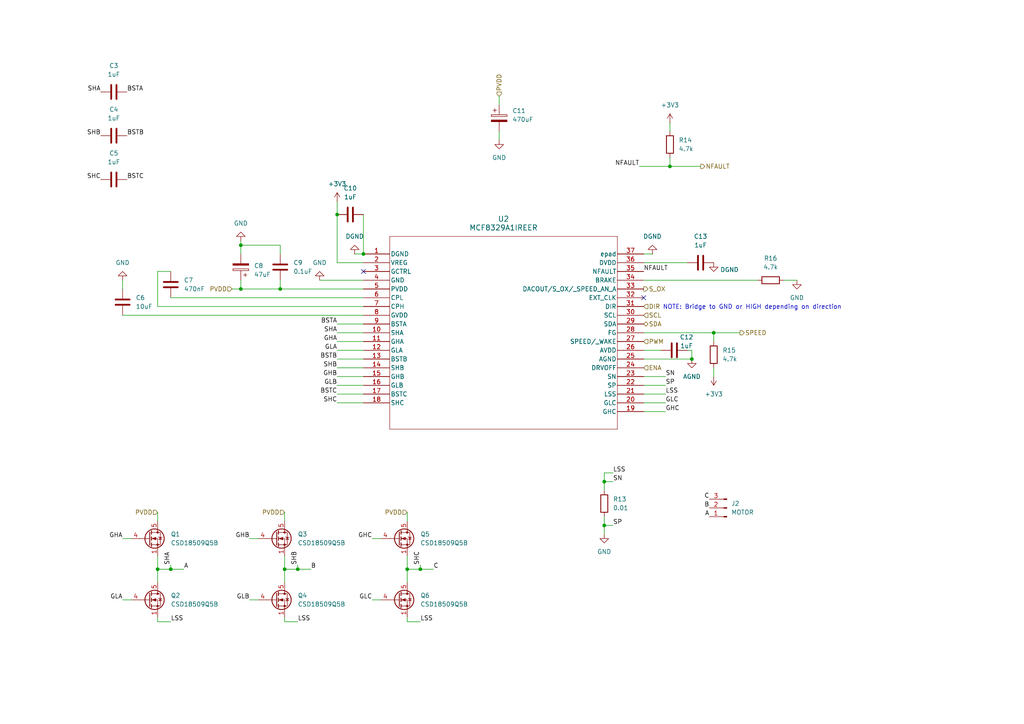
<source format=kicad_sch>
(kicad_sch (version 20231120) (generator "eeschema") (generator_version "8.0")
  (paper "A4")
  (lib_symbols
    (symbol "2024-12-06_00-38-15:MCF8329A1IREER" (pin_names (offset 0.254))
      (property "Reference" "U" (at 40.64 10.16 0))
      (property "Value" "MCF8329A1IREER" (at 40.64 7.62 0))
      (symbol "MCF8329A1IREER_0_1"
        (polyline (pts (xy 7.62 -50.8) (xy 73.66 -50.8)) (stroke (width 0.127)))
        (polyline (pts (xy 7.62 5.08) (xy 7.62 -50.8)) (stroke (width 0.127)))
        (polyline (pts (xy 73.66 -50.8) (xy 73.66 5.08)) (stroke (width 0.127)))
        (polyline (pts (xy 73.66 5.08) (xy 7.62 5.08)) (stroke (width 0.127)))
        (pin power_out line (at 0 0 0) (length 7.62) (name "DGND") (number "1"))
        (pin bidirectional line (at 0 -22.86 0) (length 7.62) (name "SHA") (number "10"))
        (pin output line (at 0 -25.4 0) (length 7.62) (name "GHA") (number "11"))
        (pin output line (at 0 -27.94 0) (length 7.62) (name "GLA") (number "12"))
        (pin output line (at 0 -30.48 0) (length 7.62) (name "BSTB") (number "13"))
        (pin bidirectional line (at 0 -33.02 0) (length 7.62) (name "SHB") (number "14"))
        (pin output line (at 0 -35.56 0) (length 7.62) (name "GHB") (number "15"))
        (pin output line (at 0 -38.1 0) (length 7.62) (name "GLB") (number "16"))
        (pin output line (at 0 -40.64 0) (length 7.62) (name "BSTC") (number "17"))
        (pin bidirectional line (at 0 -43.18 0) (length 7.62) (name "SHC") (number "18"))
        (pin output line (at 81.28 -45.72 180) (length 7.62) (name "GHC") (number "19"))
        (pin power_in line (at 0 -2.54 0) (length 7.62) (name "VREG") (number "2"))
        (pin output line (at 81.28 -43.18 180) (length 7.62) (name "GLC") (number "20"))
        (pin power_in line (at 81.28 -40.64 180) (length 7.62) (name "LSS") (number "21"))
        (pin input line (at 81.28 -38.1 180) (length 7.62) (name "SP") (number "22"))
        (pin input line (at 81.28 -35.56 180) (length 7.62) (name "SN") (number "23"))
        (pin input line (at 81.28 -33.02 180) (length 7.62) (name "DRVOFF") (number "24"))
        (pin power_out line (at 81.28 -30.48 180) (length 7.62) (name "AGND") (number "25"))
        (pin power_in line (at 81.28 -27.94 180) (length 7.62) (name "AVDD") (number "26"))
        (pin input line (at 81.28 -25.4 180) (length 7.62) (name "SPEED/_WAKE") (number "27"))
        (pin output line (at 81.28 -22.86 180) (length 7.62) (name "FG") (number "28"))
        (pin bidirectional line (at 81.28 -20.32 180) (length 7.62) (name "SDA") (number "29"))
        (pin output line (at 0 -5.08 0) (length 7.62) (name "GCTRL") (number "3"))
        (pin input line (at 81.28 -17.78 180) (length 7.62) (name "SCL") (number "30"))
        (pin input line (at 81.28 -15.24 180) (length 7.62) (name "DIR") (number "31"))
        (pin input line (at 81.28 -12.7 180) (length 7.62) (name "EXT_CLK") (number "32"))
        (pin bidirectional line (at 81.28 -10.16 180) (length 7.62) (name "DACOUT/S_OX/_SPEED_AN_A") (number "33"))
        (pin input line (at 81.28 -7.62 180) (length 7.62) (name "BRAKE") (number "34"))
        (pin output line (at 81.28 -5.08 180) (length 7.62) (name "NFAULT") (number "35"))
        (pin power_in line (at 81.28 -2.54 180) (length 7.62) (name "DVDD") (number "36"))
        (pin power_out line (at 81.28 0 180) (length 7.62) (name "epad") (number "37"))
        (pin power_out line (at 0 -7.62 0) (length 7.62) (name "GND") (number "4"))
        (pin power_in line (at 0 -10.16 0) (length 7.62) (name "PVDD") (number "5"))
        (pin power_in line (at 0 -12.7 0) (length 7.62) (name "CPL") (number "6"))
        (pin power_in line (at 0 -15.24 0) (length 7.62) (name "CPH") (number "7"))
        (pin power_in line (at 0 -17.78 0) (length 7.62) (name "GVDD") (number "8"))
        (pin output line (at 0 -20.32 0) (length 7.62) (name "BSTA") (number "9"))
      )
    )
    (symbol "Connector:Conn_01x03_Pin" (pin_names (offset 1.016) hide)
      (property "Reference" "J" (at 0 5.08 0))
      (property "Value" "Conn_01x03_Pin" (at 0 -5.08 0))
      (symbol "Conn_01x03_Pin_1_1"
        (polyline (pts (xy 1.27 -2.54) (xy 0.8636 -2.54)) (stroke (width 0.1524)))
        (polyline (pts (xy 1.27 0) (xy 0.8636 0)) (stroke (width 0.1524)))
        (polyline (pts (xy 1.27 2.54) (xy 0.8636 2.54)) (stroke (width 0.1524)))
        (rectangle (start 0.8636 -2.413) (end 0 -2.667) (stroke (width 0.1524)) (fill (type outline)))
        (rectangle (start 0.8636 0.127) (end 0 -0.127) (stroke (width 0.1524)) (fill (type outline)))
        (rectangle (start 0.8636 2.667) (end 0 2.413) (stroke (width 0.1524)) (fill (type outline)))
        (pin passive line (at 5.08 2.54 180) (length 3.81) (name "Pin_1") (number "1"))
        (pin passive line (at 5.08 0 180) (length 3.81) (name "Pin_2") (number "2"))
        (pin passive line (at 5.08 -2.54 180) (length 3.81) (name "Pin_3") (number "3"))
      )
    )
    (symbol "Device:C" (pin_numbers hide) (pin_names (offset 0.254))
      (property "Reference" "C" (at 0.635 2.54 0))
      (property "Value" "C" (at 0.635 -2.54 0))
      (symbol "C_0_1"
        (polyline (pts (xy -2.032 -0.762) (xy 2.032 -0.762)) (stroke (width 0.508)))
        (polyline (pts (xy -2.032 0.762) (xy 2.032 0.762)) (stroke (width 0.508)))
      )
      (symbol "C_1_1"
        (pin passive line (at 0 3.81 270) (length 2.794) (name "~") (number "1"))
        (pin passive line (at 0 -3.81 90) (length 2.794) (name "~") (number "2"))
      )
    )
    (symbol "Device:C_Polarized" (pin_numbers hide) (pin_names (offset 0.254))
      (property "Reference" "C" (at 0.635 2.54 0))
      (property "Value" "C_Polarized" (at 0.635 -2.54 0))
      (symbol "C_Polarized_0_1"
        (rectangle (start -2.286 0.508) (end 2.286 1.016))
        (polyline (pts (xy -1.778 2.286) (xy -0.762 2.286)))
        (polyline (pts (xy -1.27 2.794) (xy -1.27 1.778)))
        (rectangle (start 2.286 -0.508) (end -2.286 -1.016) (fill (type outline)))
      )
      (symbol "C_Polarized_1_1"
        (pin passive line (at 0 3.81 270) (length 2.794) (name "~") (number "1"))
        (pin passive line (at 0 -3.81 90) (length 2.794) (name "~") (number "2"))
      )
    )
    (symbol "Device:R" (pin_numbers hide) (pin_names (offset 0))
      (property "Reference" "R" (at 2.032 0 90))
      (property "Value" "R" (at 0 0 90))
      (symbol "R_0_1"
        (rectangle (start -1.016 -2.54) (end 1.016 2.54) (stroke (width 0.254)))
      )
      (symbol "R_1_1"
        (pin passive line (at 0 3.81 270) (length 1.27) (name "~") (number "1"))
        (pin passive line (at 0 -3.81 90) (length 1.27) (name "~") (number "2"))
      )
    )
    (symbol "Transistor_FET:CSD18509Q5B" (pin_names hide)
      (property "Reference" "Q" (at 5.08 1.905 0))
      (property "Value" "CSD18509Q5B" (at 5.08 0 0))
      (symbol "CSD18509Q5B_0_1"
        (polyline (pts (xy 0.254 0) (xy -2.54 0)))
        (polyline (pts (xy 0.254 1.905) (xy 0.254 -1.905)) (stroke (width 0.254)))
        (polyline (pts (xy 0.762 -1.27) (xy 0.762 -2.286)) (stroke (width 0.254)))
        (polyline (pts (xy 0.762 0.508) (xy 0.762 -0.508)) (stroke (width 0.254)))
        (polyline (pts (xy 0.762 2.286) (xy 0.762 1.27)) (stroke (width 0.254)))
        (polyline (pts (xy 2.54 2.54) (xy 2.54 1.778)))
        (polyline (pts (xy 2.54 -2.54) (xy 2.54 0) (xy 0.762 0)))
        (polyline (pts (xy 0.762 -1.778) (xy 3.302 -1.778) (xy 3.302 1.778) (xy 0.762 1.778)))
        (polyline (pts (xy 1.016 0) (xy 2.032 0.381) (xy 2.032 -0.381) (xy 1.016 0)) (fill (type outline)))
        (polyline (pts (xy 2.794 0.508) (xy 2.921 0.381) (xy 3.683 0.381) (xy 3.81 0.254)))
        (polyline (pts (xy 3.302 0.381) (xy 2.921 -0.254) (xy 3.683 -0.254) (xy 3.302 0.381)))
        (circle (center 1.651 0) (radius 2.794) (stroke (width 0.254)))
        (circle (center 2.54 -1.778) (radius 0.254) (fill (type outline)))
        (circle (center 2.54 1.778) (radius 0.254) (fill (type outline)))
      )
      (symbol "CSD18509Q5B_1_1"
        (pin passive line (at 2.54 -5.08 90) (length 2.54) (name "S") (number "1"))
        (pin passive line (at 2.54 -5.08 90) (length 2.54) hide (name "S") (number "2"))
        (pin passive line (at 2.54 -5.08 90) (length 2.54) hide (name "S") (number "3"))
        (pin passive line (at -5.08 0 0) (length 2.54) (name "G") (number "4"))
        (pin passive line (at 2.54 5.08 270) (length 2.54) (name "D") (number "5"))
      )
    )
    (symbol "power:+3V3" (power) (pin_numbers hide) (pin_names (offset 0) hide)
      (property "Value" "+3V3" (at 0 3.556 0))
      (symbol "+3V3_0_1"
        (polyline (pts (xy -0.762 1.27) (xy 0 2.54)))
        (polyline (pts (xy 0 0) (xy 0 2.54)))
        (polyline (pts (xy 0 2.54) (xy 0.762 1.27)))
      )
      (symbol "+3V3_1_1"
        (pin power_in line (at 0 0 90) (length 0) (name "~") (number "1"))
      )
    )
    (symbol "power:GND" (power) (pin_numbers hide) (pin_names (offset 0) hide)
      (property "Value" "GND" (at 0 -3.81 0))
      (symbol "GND_0_1"
        (polyline (pts (xy 0 0) (xy 0 -1.27) (xy 1.27 -1.27) (xy 0 -2.54) (xy -1.27 -1.27) (xy 0 -1.27)))
      )
      (symbol "GND_1_1"
        (pin power_in line (at 0 0 270) (length 0) (name "~") (number "1"))
      )
    )
  )
  (junction (at 121.92 165.1))
  (junction (at 105.41 73.66))
  (junction (at 118.11 165.1))
  (junction (at 86.36 165.1))
  (junction (at 200.66 104.14))
  (junction (at 207.01 96.52))
  (junction (at 194.31 48.26))
  (junction (at 45.72 165.1))
  (junction (at 97.79 62.23))
  (junction (at 175.26 139.7))
  (junction (at 49.53 165.1))
  (junction (at 69.85 71.12))
  (junction (at 81.28 83.82))
  (junction (at 82.55 165.1))
  (junction (at 175.26 152.4))
  (junction (at 69.85 83.82))
  (no_connect (at 105.41 78.74))
  (no_connect (at 186.69 86.36))
  (wire (pts (xy 194.31 35.56) (xy 194.31 38.1)))
  (wire (pts (xy 45.72 165.1) (xy 45.72 168.91)))
  (wire (pts (xy 185.42 48.26) (xy 194.31 48.26)))
  (wire (pts (xy 144.78 27.94) (xy 144.78 30.48)))
  (wire (pts (xy 35.56 81.28) (xy 35.56 83.82)))
  (wire (pts (xy 175.26 139.7) (xy 177.8 139.7)))
  (wire (pts (xy 69.85 71.12) (xy 69.85 73.66)))
  (wire (pts (xy 186.69 81.28) (xy 219.71 81.28)))
  (wire (pts (xy 45.72 88.9) (xy 105.41 88.9)))
  (wire (pts (xy 194.31 45.72) (xy 194.31 48.26)))
  (wire (pts (xy 121.92 163.83) (xy 121.92 165.1)))
  (wire (pts (xy 97.79 111.76) (xy 105.41 111.76)))
  (wire (pts (xy 144.78 38.1) (xy 144.78 40.64)))
  (wire (pts (xy 45.72 78.74) (xy 45.72 88.9)))
  (wire (pts (xy 69.85 71.12) (xy 81.28 71.12)))
  (wire (pts (xy 97.79 104.14) (xy 105.41 104.14)))
  (wire (pts (xy 67.31 83.82) (xy 69.85 83.82)))
  (wire (pts (xy 105.41 62.23) (xy 105.41 73.66)))
  (wire (pts (xy 186.69 101.6) (xy 191.77 101.6)))
  (wire (pts (xy 118.11 165.1) (xy 121.92 165.1)))
  (wire (pts (xy 69.85 69.85) (xy 69.85 71.12)))
  (wire (pts (xy 186.69 96.52) (xy 207.01 96.52)))
  (wire (pts (xy 118.11 165.1) (xy 118.11 168.91)))
  (wire (pts (xy 97.79 93.98) (xy 105.41 93.98)))
  (wire (pts (xy 186.69 119.38) (xy 193.04 119.38)))
  (wire (pts (xy 186.69 76.2) (xy 199.39 76.2)))
  (wire (pts (xy 175.26 149.86) (xy 175.26 152.4)))
  (wire (pts (xy 86.36 165.1) (xy 90.17 165.1)))
  (wire (pts (xy 175.26 139.7) (xy 175.26 142.24)))
  (wire (pts (xy 82.55 179.07) (xy 82.55 180.34)))
  (wire (pts (xy 97.79 58.42) (xy 97.79 62.23)))
  (wire (pts (xy 69.85 83.82) (xy 69.85 81.28)))
  (wire (pts (xy 97.79 96.52) (xy 105.41 96.52)))
  (wire (pts (xy 82.55 161.29) (xy 82.55 165.1)))
  (wire (pts (xy 45.72 148.59) (xy 45.72 151.13)))
  (wire (pts (xy 186.69 116.84) (xy 193.04 116.84)))
  (wire (pts (xy 45.72 179.07) (xy 45.72 180.34)))
  (wire (pts (xy 49.53 163.83) (xy 49.53 165.1)))
  (wire (pts (xy 97.79 109.22) (xy 105.41 109.22)))
  (wire (pts (xy 194.31 48.26) (xy 203.2 48.26)))
  (wire (pts (xy 72.39 156.21) (xy 74.93 156.21)))
  (wire (pts (xy 82.55 165.1) (xy 82.55 168.91)))
  (wire (pts (xy 35.56 91.44) (xy 105.41 91.44)))
  (wire (pts (xy 45.72 161.29) (xy 45.72 165.1)))
  (wire (pts (xy 81.28 83.82) (xy 81.28 81.28)))
  (wire (pts (xy 97.79 114.3) (xy 105.41 114.3)))
  (wire (pts (xy 45.72 180.34) (xy 49.53 180.34)))
  (wire (pts (xy 97.79 101.6) (xy 105.41 101.6)))
  (wire (pts (xy 186.69 104.14) (xy 200.66 104.14)))
  (wire (pts (xy 82.55 165.1) (xy 86.36 165.1)))
  (wire (pts (xy 177.8 137.16) (xy 175.26 137.16)))
  (wire (pts (xy 207.01 96.52) (xy 214.63 96.52)))
  (wire (pts (xy 86.36 163.83) (xy 86.36 165.1)))
  (wire (pts (xy 186.69 109.22) (xy 193.04 109.22)))
  (wire (pts (xy 45.72 165.1) (xy 49.53 165.1)))
  (wire (pts (xy 69.85 83.82) (xy 81.28 83.82)))
  (wire (pts (xy 82.55 148.59) (xy 82.55 151.13)))
  (wire (pts (xy 35.56 156.21) (xy 38.1 156.21)))
  (wire (pts (xy 118.11 148.59) (xy 118.11 151.13)))
  (wire (pts (xy 186.69 114.3) (xy 193.04 114.3)))
  (wire (pts (xy 199.39 101.6) (xy 200.66 101.6)))
  (wire (pts (xy 97.79 99.06) (xy 105.41 99.06)))
  (wire (pts (xy 35.56 173.99) (xy 38.1 173.99)))
  (wire (pts (xy 200.66 101.6) (xy 200.66 104.14)))
  (wire (pts (xy 72.39 173.99) (xy 74.93 173.99)))
  (wire (pts (xy 107.95 156.21) (xy 110.49 156.21)))
  (wire (pts (xy 49.53 78.74) (xy 45.72 78.74)))
  (wire (pts (xy 207.01 96.52) (xy 207.01 99.06)))
  (wire (pts (xy 92.71 81.28) (xy 105.41 81.28)))
  (wire (pts (xy 186.69 73.66) (xy 189.23 73.66)))
  (wire (pts (xy 49.53 165.1) (xy 53.34 165.1)))
  (wire (pts (xy 121.92 165.1) (xy 125.73 165.1)))
  (wire (pts (xy 97.79 106.68) (xy 105.41 106.68)))
  (wire (pts (xy 118.11 161.29) (xy 118.11 165.1)))
  (wire (pts (xy 81.28 83.82) (xy 105.41 83.82)))
  (wire (pts (xy 118.11 180.34) (xy 121.92 180.34)))
  (wire (pts (xy 118.11 179.07) (xy 118.11 180.34)))
  (wire (pts (xy 102.87 73.66) (xy 105.41 73.66)))
  (wire (pts (xy 97.79 116.84) (xy 105.41 116.84)))
  (wire (pts (xy 49.53 86.36) (xy 105.41 86.36)))
  (wire (pts (xy 107.95 173.99) (xy 110.49 173.99)))
  (wire (pts (xy 186.69 111.76) (xy 193.04 111.76)))
  (wire (pts (xy 82.55 180.34) (xy 86.36 180.34)))
  (wire (pts (xy 227.33 81.28) (xy 231.14 81.28)))
  (wire (pts (xy 97.79 62.23) (xy 97.79 76.2)))
  (wire (pts (xy 207.01 106.68) (xy 207.01 109.22)))
  (wire (pts (xy 81.28 71.12) (xy 81.28 73.66)))
  (wire (pts (xy 177.8 152.4) (xy 175.26 152.4)))
  (wire (pts (xy 175.26 137.16) (xy 175.26 139.7)))
  (wire (pts (xy 105.41 76.2) (xy 97.79 76.2)))
  (wire (pts (xy 175.26 152.4) (xy 175.26 154.94)))
  (text "NOTE: Bridge to GND or HIGH depending on direction\n" (at 218.186 89.154 0) (effects (font (size 1.27 1.27))))
  (label "GHB" (at 72.39 156.21 180))
  (label "SHB" (at 86.36 163.83 90))
  (label "LSS" (at 193.04 114.3 0))
  (label "SP" (at 193.04 111.76 0))
  (label "A" (at 205.74 149.86 180))
  (label "B" (at 205.74 147.32 180))
  (label "GLB" (at 72.39 173.99 180))
  (label "GLC" (at 193.04 116.84 0))
  (label "SHA" (at 29.21 26.67 180))
  (label "LSS" (at 177.8 137.16 0))
  (label "SN" (at 193.04 109.22 0))
  (label "LSS" (at 121.92 180.34 0))
  (label "GHA" (at 97.79 99.06 180))
  (label "C" (at 205.74 144.78 180))
  (label "SHC" (at 121.92 163.83 90))
  (label "BSTA" (at 97.79 93.98 180))
  (label "GLC" (at 107.95 173.99 180))
  (label "NFAULT" (at 186.69 78.74 0))
  (label "SP" (at 177.8 152.4 0))
  (label "GLB" (at 97.79 111.76 180))
  (label "BSTC" (at 36.83 52.07 0))
  (label "GHA" (at 35.56 156.21 180))
  (label "SHA" (at 97.79 96.52 180))
  (label "SHA" (at 49.53 163.83 90))
  (label "GHC" (at 193.04 119.38 0))
  (label "LSS" (at 49.53 180.34 0))
  (label "SHB" (at 97.79 106.68 180))
  (label "C" (at 125.73 165.1 0))
  (label "BSTB" (at 97.79 104.14 180))
  (label "BSTB" (at 36.83 39.37 0))
  (label "GLA" (at 97.79 101.6 180))
  (label "NFAULT" (at 185.42 48.26 180))
  (label "LSS" (at 86.36 180.34 0))
  (label "GHC" (at 107.95 156.21 180))
  (label "GLA" (at 35.56 173.99 180))
  (label "BSTC" (at 97.79 114.3 180))
  (label "B" (at 90.17 165.1 0))
  (label "SHC" (at 29.21 52.07 180))
  (label "BSTA" (at 36.83 26.67 0))
  (label "GHB" (at 97.79 109.22 180))
  (label "SN" (at 177.8 139.7 0))
  (label "SHB" (at 29.21 39.37 180))
  (label "SHC" (at 97.79 116.84 180))
  (label "A" (at 53.34 165.1 0))
  (hierarchical_label "DIR" (shape input) (at 186.69 88.9 0))
  (hierarchical_label "PVDD" (shape input) (at 144.78 27.94 90))
  (hierarchical_label "NFAULT" (shape output) (at 203.2 48.26 0))
  (hierarchical_label "SPEED" (shape output) (at 214.63 96.52 0))
  (hierarchical_label "S_OX" (shape output) (at 186.69 83.82 0))
  (hierarchical_label "PVDD" (shape input) (at 118.11 148.59 180))
  (hierarchical_label "PWM" (shape input) (at 186.69 99.06 0))
  (hierarchical_label "ENA" (shape input) (at 186.69 106.68 0))
  (hierarchical_label "PVDD" (shape input) (at 82.55 148.59 180))
  (hierarchical_label "PVDD" (shape input) (at 67.31 83.82 180))
  (hierarchical_label "SDA" (shape bidirectional) (at 186.69 93.98 0))
  (hierarchical_label "SCL" (shape input) (at 186.69 91.44 0))
  (hierarchical_label "PVDD" (shape input) (at 45.72 148.59 180))
  (symbol (lib_id "Device:C") (at 35.56 87.63 0) (unit 1)
    (property "Reference" "C6" (at 39.37 86.3599 0) (effects (justify left)))
    (property "Value" "10uF" (at 39.37 88.8999 0) (effects (justify left)))
    (property "Footprint" "Capacitor_SMD:C_0603_1608Metric" (effects (hide yes)))
    (property "Description" "Unpolarized capacitor" (effects (hide yes)))
    (instances (project "Power Module" (path "" (reference "C6") (unit 1)) (path "" (reference "C17") (unit 1)) (path "" (reference "C28") (unit 1)) (path "" (reference "C39") (unit 1))))
  )
  (symbol (lib_id "Device:C") (at 33.02 39.37 90) (unit 1)
    (property "Reference" "C4" (at 33.02 31.75 90))
    (property "Value" "1uF" (at 33.02 34.29 90))
    (property "Footprint" "Capacitor_SMD:C_0402_1005Metric" (effects (hide yes)))
    (property "Description" "Unpolarized capacitor" (effects (hide yes)))
    (instances (project "Power Module" (path "" (reference "C4") (unit 1)) (path "" (reference "C15") (unit 1)) (path "" (reference "C26") (unit 1)) (path "" (reference "C37") (unit 1))))
  )
  (symbol (lib_id "power:+3V3") (at 207.01 109.22 180) (unit 1)
    (property "Reference" "#PWR039" (effects (hide yes)))
    (property "Value" "+3V3" (at 207.01 114.3 0))
    (property "Description" "Power symbol creates a global label with name \"+3V3\"" (effects (hide yes)))
    (instances (project "Power Module" (path "" (reference "#PWR039") (unit 1)) (path "" (reference "#PWR055") (unit 1)) (path "" (reference "#PWR071") (unit 1)) (path "" (reference "#PWR087") (unit 1))))
  )
  (symbol (lib_id "Device:C") (at 81.28 77.47 0) (unit 1)
    (property "Reference" "C9" (at 85.09 76.1999 0) (effects (justify left)))
    (property "Value" "0.1uF" (at 85.09 78.7399 0) (effects (justify left)))
    (property "Footprint" "Capacitor_SMD:C_0603_1608Metric" (effects (hide yes)))
    (property "Description" "Unpolarized capacitor" (effects (hide yes)))
    (instances (project "Power Module" (path "" (reference "C9") (unit 1)) (path "" (reference "C20") (unit 1)) (path "" (reference "C31") (unit 1)) (path "" (reference "C42") (unit 1))))
  )
  (symbol (lib_id "power:GND") (at 69.85 69.85 180) (unit 1)
    (property "Reference" "#PWR027" (effects (hide yes)))
    (property "Value" "GND" (at 69.85 64.77 0))
    (property "Description" "Power symbol creates a global label with name \"GND\" , ground" (effects (hide yes)))
    (instances (project "Power Module" (path "" (reference "#PWR027") (unit 1)) (path "" (reference "#PWR043") (unit 1)) (path "" (reference "#PWR059") (unit 1)) (path "" (reference "#PWR075") (unit 1))))
  )
  (symbol (lib_id "Transistor_FET:CSD18509Q5B") (at 43.18 173.99 0) (unit 1)
    (property "Reference" "Q2" (at 49.53 172.7199 0) (effects (justify left)))
    (property "Value" "CSD18509Q5B" (at 49.53 175.2599 0) (effects (justify left)))
    (property "Footprint" "Package_TO_SOT_SMD:TDSON-8-1" (effects (hide yes)))
    (property "Datasheet" "http://www.ti.com/lit/gpn/csd18509q5b" (effects (hide yes)))
    (property "Description" "100A Id, 40V Vds, NexFET N-Channel Power MOSFET, 1.2mOhm Ron, 150nC Qg(typ), SON8 5x6mm" (effects (hide yes)))
    (instances (project "Power Module" (path "" (reference "Q2") (unit 1)) (path "" (reference "Q8") (unit 1)) (path "" (reference "Q14") (unit 1)) (path "" (reference "Q20") (unit 1))))
  )
  (symbol (lib_id "2024-12-06_00-38-15:MCF8329A1IREER") (at 105.41 73.66 0) (unit 1)
    (property "Reference" "U2" (at 146.05 63.5 0) (effects (font (size 1.524 1.524))))
    (property "Value" "MCF8329A1IREER" (at 146.05 66.04 0) (effects (font (size 1.524 1.524))))
    (property "Footprint" "footprints:WQFN36_REE_TEX" (effects (hide yes)))
    (property "Datasheet" "MCF8329A1IREER" (effects (hide yes)))
    (instances (project "Power Module" (path "" (reference "U2") (unit 1)) (path "" (reference "U3") (unit 1)) (path "" (reference "U4") (unit 1)) (path "" (reference "U5") (unit 1))))
  )
  (symbol (lib_id "power:GND") (at 144.78 40.64 0) (unit 1)
    (property "Reference" "#PWR033" (effects (hide yes)))
    (property "Value" "GND" (at 144.78 45.72 0))
    (property "Description" "Power symbol creates a global label with name \"GND\" , ground" (effects (hide yes)))
    (instances (project "Power Module" (path "" (reference "#PWR033") (unit 1)) (path "" (reference "#PWR049") (unit 1)) (path "" (reference "#PWR065") (unit 1)) (path "" (reference "#PWR081") (unit 1))))
  )
  (symbol (lib_id "Transistor_FET:CSD18509Q5B") (at 80.01 173.99 0) (unit 1)
    (property "Reference" "Q4" (at 86.36 172.7199 0) (effects (justify left)))
    (property "Value" "CSD18509Q5B" (at 86.36 175.2599 0) (effects (justify left)))
    (property "Footprint" "Package_TO_SOT_SMD:TDSON-8-1" (effects (hide yes)))
    (property "Datasheet" "http://www.ti.com/lit/gpn/csd18509q5b" (effects (hide yes)))
    (property "Description" "100A Id, 40V Vds, NexFET N-Channel Power MOSFET, 1.2mOhm Ron, 150nC Qg(typ), SON8 5x6mm" (effects (hide yes)))
    (instances (project "Power Module" (path "" (reference "Q4") (unit 1)) (path "" (reference "Q10") (unit 1)) (path "" (reference "Q16") (unit 1)) (path "" (reference "Q22") (unit 1))))
  )
  (symbol (lib_id "Device:C") (at 195.58 101.6 90) (unit 1)
    (property "Reference" "C12" (at 199.136 97.79 90))
    (property "Value" "1uF" (at 199.136 100.33 90))
    (property "Footprint" "Capacitor_SMD:C_0402_1005Metric" (effects (hide yes)))
    (property "Description" "Unpolarized capacitor" (effects (hide yes)))
    (instances (project "Power Module" (path "" (reference "C12") (unit 1)) (path "" (reference "C23") (unit 1)) (path "" (reference "C34") (unit 1)) (path "" (reference "C45") (unit 1))))
  )
  (symbol (lib_id "power:+3V3") (at 97.79 58.42 0) (unit 1)
    (property "Reference" "#PWR030" (effects (hide yes)))
    (property "Value" "+3V3" (at 97.79 53.34 0))
    (property "Description" "Power symbol creates a global label with name \"+3V3\"" (effects (hide yes)))
    (instances (project "Power Module" (path "" (reference "#PWR030") (unit 1)) (path "" (reference "#PWR046") (unit 1)) (path "" (reference "#PWR062") (unit 1)) (path "" (reference "#PWR078") (unit 1))))
  )
  (symbol (lib_id "Device:C") (at 203.2 76.2 90) (unit 1)
    (property "Reference" "C13" (at 203.2 68.58 90))
    (property "Value" "1uF" (at 203.2 71.12 90))
    (property "Footprint" "Capacitor_SMD:C_0402_1005Metric" (effects (hide yes)))
    (property "Description" "Unpolarized capacitor" (effects (hide yes)))
    (instances (project "Power Module" (path "" (reference "C13") (unit 1)) (path "" (reference "C24") (unit 1)) (path "" (reference "C35") (unit 1)) (path "" (reference "C46") (unit 1))))
  )
  (symbol (lib_id "Device:R") (at 194.31 41.91 0) (unit 1)
    (property "Reference" "R14" (at 196.85 40.6399 0) (effects (justify left)))
    (property "Value" "4.7k" (at 196.85 43.1799 0) (effects (justify left)))
    (property "Footprint" "Resistor_SMD:R_0402_1005Metric" (effects (hide yes)))
    (property "Description" "Resistor" (effects (hide yes)))
    (instances (project "Power Module" (path "" (reference "R14") (unit 1)) (path "" (reference "R18") (unit 1)) (path "" (reference "R22") (unit 1)) (path "" (reference "R26") (unit 1))))
  )
  (symbol (lib_id "Device:C") (at 33.02 26.67 90) (unit 1)
    (property "Reference" "C3" (at 33.02 19.05 90))
    (property "Value" "1uF" (at 33.02 21.59 90))
    (property "Footprint" "Capacitor_SMD:C_0402_1005Metric" (effects (hide yes)))
    (property "Description" "Unpolarized capacitor" (effects (hide yes)))
    (instances (project "Power Module" (path "" (reference "C3") (unit 1)) (path "" (reference "C14") (unit 1)) (path "" (reference "C25") (unit 1)) (path "" (reference "C36") (unit 1))))
  )
  (symbol (lib_id "Device:C_Polarized") (at 144.78 34.29 0) (unit 1)
    (property "Reference" "C11" (at 148.59 32.1309 0) (effects (justify left)))
    (property "Value" "470uF" (at 148.59 34.6709 0) (effects (justify left)))
    (property "Footprint" "Capacitor_SMD:CP_Elec_10x10.5" (effects (hide yes)))
    (property "Description" "Polarized capacitor" (effects (hide yes)))
    (instances (project "Power Module" (path "" (reference "C11") (unit 1)) (path "" (reference "C22") (unit 1)) (path "" (reference "C33") (unit 1)) (path "" (reference "C44") (unit 1))))
  )
  (symbol (lib_id "power:GND") (at 102.87 73.66 180) (unit 1)
    (property "Reference" "#PWR031" (effects (hide yes)))
    (property "Value" "DGND" (at 102.87 68.58 0))
    (property "Description" "Power symbol creates a global label with name \"GND\" , ground" (effects (hide yes)))
    (instances (project "Power Module" (path "" (reference "#PWR031") (unit 1)) (path "" (reference "#PWR047") (unit 1)) (path "" (reference "#PWR063") (unit 1)) (path "" (reference "#PWR079") (unit 1))))
  )
  (symbol (lib_id "Device:C") (at 101.6 62.23 90) (unit 1)
    (property "Reference" "C10" (at 101.6 54.61 90))
    (property "Value" "1uF" (at 101.6 57.15 90))
    (property "Footprint" "Capacitor_SMD:C_0402_1005Metric" (effects (hide yes)))
    (property "Description" "Unpolarized capacitor" (effects (hide yes)))
    (instances (project "Power Module" (path "" (reference "C10") (unit 1)) (path "" (reference "C21") (unit 1)) (path "" (reference "C32") (unit 1)) (path "" (reference "C43") (unit 1))))
  )
  (symbol (lib_id "Device:R") (at 175.26 146.05 0) (unit 1)
    (property "Reference" "R13" (at 177.8 144.7799 0) (effects (justify left)))
    (property "Value" "0.01" (at 177.8 147.3199 0) (effects (justify left)))
    (property "Footprint" "Resistor_SMD:R_2512_6332Metric" (effects (hide yes)))
    (property "Description" "Resistor" (effects (hide yes)))
    (instances (project "Power Module" (path "" (reference "R13") (unit 1)) (path "" (reference "R17") (unit 1)) (path "" (reference "R21") (unit 1)) (path "" (reference "R25") (unit 1))))
  )
  (symbol (lib_id "power:GND") (at 92.71 81.28 180) (unit 1)
    (property "Reference" "#PWR029" (effects (hide yes)))
    (property "Value" "GND" (at 92.71 76.2 0))
    (property "Description" "Power symbol creates a global label with name \"GND\" , ground" (effects (hide yes)))
    (instances (project "Power Module" (path "" (reference "#PWR029") (unit 1)) (path "" (reference "#PWR045") (unit 1)) (path "" (reference "#PWR061") (unit 1)) (path "" (reference "#PWR077") (unit 1))))
  )
  (symbol (lib_id "Device:R") (at 207.01 102.87 180) (unit 1)
    (property "Reference" "R15" (at 209.55 101.5999 0) (effects (justify right)))
    (property "Value" "4.7k" (at 209.55 104.1399 0) (effects (justify right)))
    (property "Footprint" "Resistor_SMD:R_0402_1005Metric" (effects (hide yes)))
    (property "Description" "Resistor" (effects (hide yes)))
    (instances (project "Power Module" (path "" (reference "R15") (unit 1)) (path "" (reference "R19") (unit 1)) (path "" (reference "R23") (unit 1)) (path "" (reference "R27") (unit 1))))
  )
  (symbol (lib_id "power:GND") (at 231.14 81.28 0) (unit 1)
    (property "Reference" "#PWR040" (effects (hide yes)))
    (property "Value" "GND" (at 231.14 86.36 0))
    (property "Description" "Power symbol creates a global label with name \"GND\" , ground" (effects (hide yes)))
    (instances (project "Power Module" (path "" (reference "#PWR040") (unit 1)) (path "" (reference "#PWR056") (unit 1)) (path "" (reference "#PWR072") (unit 1)) (path "" (reference "#PWR088") (unit 1))))
  )
  (symbol (lib_id "Device:C") (at 33.02 52.07 90) (unit 1)
    (property "Reference" "C5" (at 33.02 44.45 90))
    (property "Value" "1uF" (at 33.02 46.99 90))
    (property "Footprint" "Capacitor_SMD:C_0402_1005Metric" (effects (hide yes)))
    (property "Description" "Unpolarized capacitor" (effects (hide yes)))
    (instances (project "Power Module" (path "" (reference "C5") (unit 1)) (path "" (reference "C16") (unit 1)) (path "" (reference "C27") (unit 1)) (path "" (reference "C38") (unit 1))))
  )
  (symbol (lib_id "power:+3V3") (at 194.31 35.56 0) (unit 1)
    (property "Reference" "#PWR036" (effects (hide yes)))
    (property "Value" "+3V3" (at 194.31 30.48 0))
    (property "Description" "Power symbol creates a global label with name \"+3V3\"" (effects (hide yes)))
    (instances (project "Power Module" (path "" (reference "#PWR036") (unit 1)) (path "" (reference "#PWR052") (unit 1)) (path "" (reference "#PWR068") (unit 1)) (path "" (reference "#PWR084") (unit 1))))
  )
  (symbol (lib_id "Transistor_FET:CSD18509Q5B") (at 43.18 156.21 0) (unit 1)
    (property "Reference" "Q1" (at 49.53 154.9399 0) (effects (justify left)))
    (property "Value" "CSD18509Q5B" (at 49.53 157.4799 0) (effects (justify left)))
    (property "Footprint" "Package_TO_SOT_SMD:TDSON-8-1" (effects (hide yes)))
    (property "Datasheet" "http://www.ti.com/lit/gpn/csd18509q5b" (effects (hide yes)))
    (property "Description" "100A Id, 40V Vds, NexFET N-Channel Power MOSFET, 1.2mOhm Ron, 150nC Qg(typ), SON8 5x6mm" (effects (hide yes)))
    (instances (project "Power Module" (path "" (reference "Q1") (unit 1)) (path "" (reference "Q7") (unit 1)) (path "" (reference "Q13") (unit 1)) (path "" (reference "Q19") (unit 1))))
  )
  (symbol (lib_id "Device:C") (at 49.53 82.55 0) (unit 1)
    (property "Reference" "C7" (at 53.34 81.2799 0) (effects (justify left)))
    (property "Value" "470nF" (at 53.34 83.8199 0) (effects (justify left)))
    (property "Footprint" "Capacitor_SMD:C_0402_1005Metric" (effects (hide yes)))
    (property "Description" "Unpolarized capacitor" (effects (hide yes)))
    (instances (project "Power Module" (path "" (reference "C7") (unit 1)) (path "" (reference "C18") (unit 1)) (path "" (reference "C29") (unit 1)) (path "" (reference "C40") (unit 1))))
  )
  (symbol (lib_id "Transistor_FET:CSD18509Q5B") (at 115.57 173.99 0) (unit 1)
    (property "Reference" "Q6" (at 121.92 172.7199 0) (effects (justify left)))
    (property "Value" "CSD18509Q5B" (at 121.92 175.2599 0) (effects (justify left)))
    (property "Footprint" "Package_TO_SOT_SMD:TDSON-8-1" (effects (hide yes)))
    (property "Datasheet" "http://www.ti.com/lit/gpn/csd18509q5b" (effects (hide yes)))
    (property "Description" "100A Id, 40V Vds, NexFET N-Channel Power MOSFET, 1.2mOhm Ron, 150nC Qg(typ), SON8 5x6mm" (effects (hide yes)))
    (instances (project "Power Module" (path "" (reference "Q6") (unit 1)) (path "" (reference "Q12") (unit 1)) (path "" (reference "Q18") (unit 1)) (path "" (reference "Q24") (unit 1))))
  )
  (symbol (lib_id "Transistor_FET:CSD18509Q5B") (at 80.01 156.21 0) (unit 1)
    (property "Reference" "Q3" (at 86.36 154.9399 0) (effects (justify left)))
    (property "Value" "CSD18509Q5B" (at 86.36 157.4799 0) (effects (justify left)))
    (property "Footprint" "Package_TO_SOT_SMD:TDSON-8-1" (effects (hide yes)))
    (property "Datasheet" "http://www.ti.com/lit/gpn/csd18509q5b" (effects (hide yes)))
    (property "Description" "100A Id, 40V Vds, NexFET N-Channel Power MOSFET, 1.2mOhm Ron, 150nC Qg(typ), SON8 5x6mm" (effects (hide yes)))
    (instances (project "Power Module" (path "" (reference "Q3") (unit 1)) (path "" (reference "Q9") (unit 1)) (path "" (reference "Q15") (unit 1)) (path "" (reference "Q21") (unit 1))))
  )
  (symbol (lib_id "power:GND") (at 207.01 76.2 0) (unit 1)
    (property "Reference" "#PWR038" (effects (hide yes)))
    (property "Value" "DGND" (at 211.582 78.232 0))
    (property "Description" "Power symbol creates a global label with name \"GND\" , ground" (effects (hide yes)))
    (instances (project "Power Module" (path "" (reference "#PWR038") (unit 1)) (path "" (reference "#PWR054") (unit 1)) (path "" (reference "#PWR070") (unit 1)) (path "" (reference "#PWR086") (unit 1))))
  )
  (symbol (lib_id "power:GND") (at 200.66 104.14 0) (unit 1)
    (property "Reference" "#PWR037" (effects (hide yes)))
    (property "Value" "AGND" (at 200.66 109.22 0))
    (property "Description" "Power symbol creates a global label with name \"GND\" , ground" (effects (hide yes)))
    (instances (project "Power Module" (path "" (reference "#PWR037") (unit 1)) (path "" (reference "#PWR053") (unit 1)) (path "" (reference "#PWR069") (unit 1)) (path "" (reference "#PWR085") (unit 1))))
  )
  (symbol (lib_id "power:GND") (at 189.23 73.66 180) (unit 1)
    (property "Reference" "#PWR035" (effects (hide yes)))
    (property "Value" "DGND" (at 189.23 68.58 0))
    (property "Description" "Power symbol creates a global label with name \"GND\" , ground" (effects (hide yes)))
    (instances (project "Power Module" (path "" (reference "#PWR035") (unit 1)) (path "" (reference "#PWR051") (unit 1)) (path "" (reference "#PWR067") (unit 1)) (path "" (reference "#PWR083") (unit 1))))
  )
  (symbol (lib_id "Transistor_FET:CSD18509Q5B") (at 115.57 156.21 0) (unit 1)
    (property "Reference" "Q5" (at 121.92 154.9399 0) (effects (justify left)))
    (property "Value" "CSD18509Q5B" (at 121.92 157.4799 0) (effects (justify left)))
    (property "Footprint" "Package_TO_SOT_SMD:TDSON-8-1" (effects (hide yes)))
    (property "Datasheet" "http://www.ti.com/lit/gpn/csd18509q5b" (effects (hide yes)))
    (property "Description" "100A Id, 40V Vds, NexFET N-Channel Power MOSFET, 1.2mOhm Ron, 150nC Qg(typ), SON8 5x6mm" (effects (hide yes)))
    (instances (project "Power Module" (path "" (reference "Q5") (unit 1)) (path "" (reference "Q11") (unit 1)) (path "" (reference "Q17") (unit 1)) (path "" (reference "Q23") (unit 1))))
  )
  (symbol (lib_id "power:GND") (at 35.56 81.28 180) (unit 1)
    (property "Reference" "#PWR025" (effects (hide yes)))
    (property "Value" "GND" (at 35.56 76.2 0))
    (property "Description" "Power symbol creates a global label with name \"GND\" , ground" (effects (hide yes)))
    (instances (project "Power Module" (path "" (reference "#PWR025") (unit 1)) (path "" (reference "#PWR041") (unit 1)) (path "" (reference "#PWR057") (unit 1)) (path "" (reference "#PWR073") (unit 1))))
  )
  (symbol (lib_id "power:GND") (at 175.26 154.94 0) (unit 1)
    (property "Reference" "#PWR034" (effects (hide yes)))
    (property "Value" "GND" (at 175.26 160.02 0))
    (property "Description" "Power symbol creates a global label with name \"GND\" , ground" (effects (hide yes)))
    (instances (project "Power Module" (path "" (reference "#PWR034") (unit 1)) (path "" (reference "#PWR050") (unit 1)) (path "" (reference "#PWR066") (unit 1)) (path "" (reference "#PWR082") (unit 1))))
  )
  (symbol (lib_id "Device:R") (at 223.52 81.28 90) (unit 1)
    (property "Reference" "R16" (at 223.52 74.93 90))
    (property "Value" "4.7k" (at 223.52 77.47 90))
    (property "Footprint" "Resistor_SMD:R_0402_1005Metric" (effects (hide yes)))
    (property "Description" "Resistor" (effects (hide yes)))
    (instances (project "Power Module" (path "" (reference "R16") (unit 1)) (path "" (reference "R20") (unit 1)) (path "" (reference "R24") (unit 1)) (path "" (reference "R28") (unit 1))))
  )
  (symbol (lib_id "Device:C_Polarized") (at 69.85 77.47 180) (unit 1)
    (property "Reference" "C8" (at 73.66 77.0889 0) (effects (justify right)))
    (property "Value" "47uF" (at 73.66 79.6289 0) (effects (justify right)))
    (property "Footprint" "Capacitor_SMD:CP_Elec_6.3x7.7" (effects (hide yes)))
    (property "Description" "Polarized capacitor" (effects (hide yes)))
    (instances (project "Power Module" (path "" (reference "C8") (unit 1)) (path "" (reference "C19") (unit 1)) (path "" (reference "C30") (unit 1)) (path "" (reference "C41") (unit 1))))
  )
  (symbol (lib_id "Connector:Conn_01x03_Pin") (at 210.82 147.32 180) (unit 1)
    (property "Reference" "J3" (at 212.09 146.0499 0) (effects (justify right)))
    (property "Value" "MOTOR" (at 212.09 148.5899 0) (effects (justify right)))
    (property "Footprint" "Custom:Edge_Solderpoint" (effects (hide yes)))
    (property "Description" "Generic connector, single row, 01x03, script generated" (effects (hide yes)))
    (instances (project "Power Module" (path "" (reference "J2") (unit 1)) (path "" (reference "J3") (unit 1)) (path "" (reference "J4") (unit 1)) (path "" (reference "J5") (unit 1))))
  )
)
</source>
